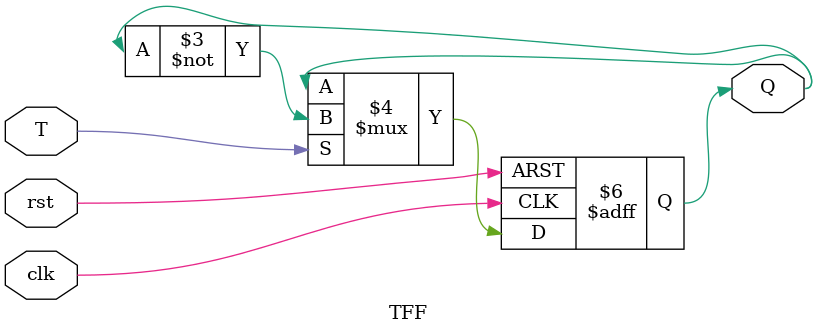
<source format=v>

module TFF(clk, rst, T, Q);

input T, clk,rst;
output reg Q;

always @(posedge  clk or negedge rst)
begin 
    if(!rst)
        Q <= 1'b0;
    else if(T)
        Q <= ~Q;
end    
                        
endmodule

</source>
